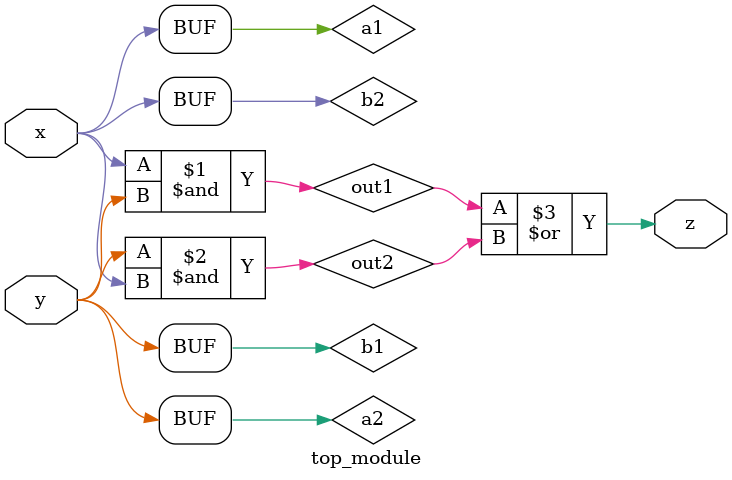
<source format=sv>
module top_module(
    input x,
    input y,
    output z
);

    wire a1, b1, a2, b2, out1, out2;

    // First gate
    assign a1 = x;
    assign b1 = y;
    and(out1, a1, b1);

    // Second gate
    assign a2 = y;
    assign b2 = x;
    and(out2, a2, b2);

    // Third gate
    or(z, out1, out2);

endmodule

</source>
